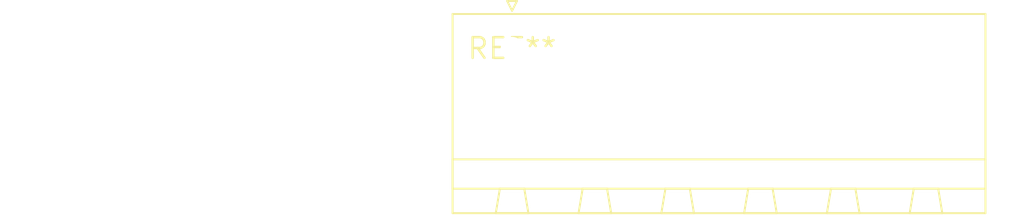
<source format=kicad_pcb>
(kicad_pcb (version 20240108) (generator pcbnew)
  (layers (0 "F.Cu" signal) (31 "B.Cu" signal) (34 "B.Paste" user) (35 "F.Paste" user) (36 "B.SilkS" user "B.Silkscreen") (37 "F.SilkS" user "F.Silkscreen") (38 "B.Mask" user) (39 "F.Mask" user) (44 "Edge.Cuts" user))
  (net 0 "")
  (footprint "PhoenixContact_MSTBA_2,5_6-G-5,08_1x06_P5.08mm_Horizontal" (layer "F.Cu") (at 0 0)
    (property "Reference" "REF**")
    (property "Value" "PhoenixContact_MSTBA_2,5_6-G-5,08_1x06_P5.08mm_Horizontal")
    (fp_line (start -3.65 -2.11) (end -3.65 10.11) (layer "F.SilkS") (stroke (width 0.12)))
    (fp_line (start -3.65 6.81) (end 29.05 6.81) (layer "F.SilkS") (stroke (width 0.12)))
    (fp_line (start -3.65 8.61) (end -3.65 6.81) (layer "F.SilkS") (stroke (width 0.12)))
    (fp_line (start -3.65 10.11) (end 29.05 10.11) (layer "F.SilkS") (stroke (width 0.12)))
    (fp_line (start -1 10.11) (end 1 10.11) (layer "F.SilkS") (stroke (width 0.12)))
    (fp_line (start -0.75 8.61) (end -1 10.11) (layer "F.SilkS") (stroke (width 0.12)))
    (fp_line (start -0.3 -2.91) (end 0.3 -2.91) (layer "F.SilkS") (stroke (width 0.12)))
    (fp_line (start 0 -2.31) (end -0.3 -2.91) (layer "F.SilkS") (stroke (width 0.12)))
    (fp_line (start 0.3 -2.91) (end 0 -2.31) (layer "F.SilkS") (stroke (width 0.12)))
    (fp_line (start 0.75 8.61) (end -0.75 8.61) (layer "F.SilkS") (stroke (width 0.12)))
    (fp_line (start 1 10.11) (end 0.75 8.61) (layer "F.SilkS") (stroke (width 0.12)))
    (fp_line (start 4.08 10.11) (end 6.08 10.11) (layer "F.SilkS") (stroke (width 0.12)))
    (fp_line (start 4.33 8.61) (end 4.08 10.11) (layer "F.SilkS") (stroke (width 0.12)))
    (fp_line (start 5.83 8.61) (end 4.33 8.61) (layer "F.SilkS") (stroke (width 0.12)))
    (fp_line (start 6.08 10.11) (end 5.83 8.61) (layer "F.SilkS") (stroke (width 0.12)))
    (fp_line (start 9.16 10.11) (end 11.16 10.11) (layer "F.SilkS") (stroke (width 0.12)))
    (fp_line (start 9.41 8.61) (end 9.16 10.11) (layer "F.SilkS") (stroke (width 0.12)))
    (fp_line (start 10.91 8.61) (end 9.41 8.61) (layer "F.SilkS") (stroke (width 0.12)))
    (fp_line (start 11.16 10.11) (end 10.91 8.61) (layer "F.SilkS") (stroke (width 0.12)))
    (fp_line (start 14.24 10.11) (end 16.24 10.11) (layer "F.SilkS") (stroke (width 0.12)))
    (fp_line (start 14.49 8.61) (end 14.24 10.11) (layer "F.SilkS") (stroke (width 0.12)))
    (fp_line (start 15.99 8.61) (end 14.49 8.61) (layer "F.SilkS") (stroke (width 0.12)))
    (fp_line (start 16.24 10.11) (end 15.99 8.61) (layer "F.SilkS") (stroke (width 0.12)))
    (fp_line (start 19.32 10.11) (end 21.32 10.11) (layer "F.SilkS") (stroke (width 0.12)))
    (fp_line (start 19.57 8.61) (end 19.32 10.11) (layer "F.SilkS") (stroke (width 0.12)))
    (fp_line (start 21.07 8.61) (end 19.57 8.61) (layer "F.SilkS") (stroke (width 0.12)))
    (fp_line (start 21.32 10.11) (end 21.07 8.61) (layer "F.SilkS") (stroke (width 0.12)))
    (fp_line (start 24.4 10.11) (end 26.4 10.11) (layer "F.SilkS") (stroke (width 0.12)))
    (fp_line (start 24.65 8.61) (end 24.4 10.11) (layer "F.SilkS") (stroke (width 0.12)))
    (fp_line (start 26.15 8.61) (end 24.65 8.61) (layer "F.SilkS") (stroke (width 0.12)))
    (fp_line (start 26.4 10.11) (end 26.15 8.61) (layer "F.SilkS") (stroke (width 0.12)))
    (fp_line (start 29.05 -2.11) (end -3.65 -2.11) (layer "F.SilkS") (stroke (width 0.12)))
    (fp_line (start 29.05 6.81) (end 29.05 8.61) (layer "F.SilkS") (stroke (width 0.12)))
    (fp_line (start 29.05 8.61) (end -3.65 8.61) (layer "F.SilkS") (stroke (width 0.12)))
    (fp_line (start 29.05 10.11) (end 29.05 -2.11) (layer "F.SilkS") (stroke (width 0.12)))
    (pad "1" thru_hole roundrect (at 0 0) (size 2.08 3.6) (drill 1.4) (layers *.Cu *.Mask) (remove_unused_layers) (roundrect_rratio 0.120192))
    (pad "2" thru_hole oval (at 5.08 0) (size 2.08 3.6) (drill 1.4) (layers *.Cu *.Mask) (remove_unused_layers))
    (pad "3" thru_hole oval (at 10.16 0) (size 2.08 3.6) (drill 1.4) (layers *.Cu *.Mask) (remove_unused_layers))
    (pad "4" thru_hole oval (at 15.24 0) (size 2.08 3.6) (drill 1.4) (layers *.Cu *.Mask) (remove_unused_layers))
    (pad "5" thru_hole oval (at 20.32 0) (size 2.08 3.6) (drill 1.4) (layers *.Cu *.Mask) (remove_unused_layers))
    (pad "6" thru_hole oval (at 25.4 0) (size 2.08 3.6) (drill 1.4) (layers *.Cu *.Mask) (remove_unused_layers))
  )
)
</source>
